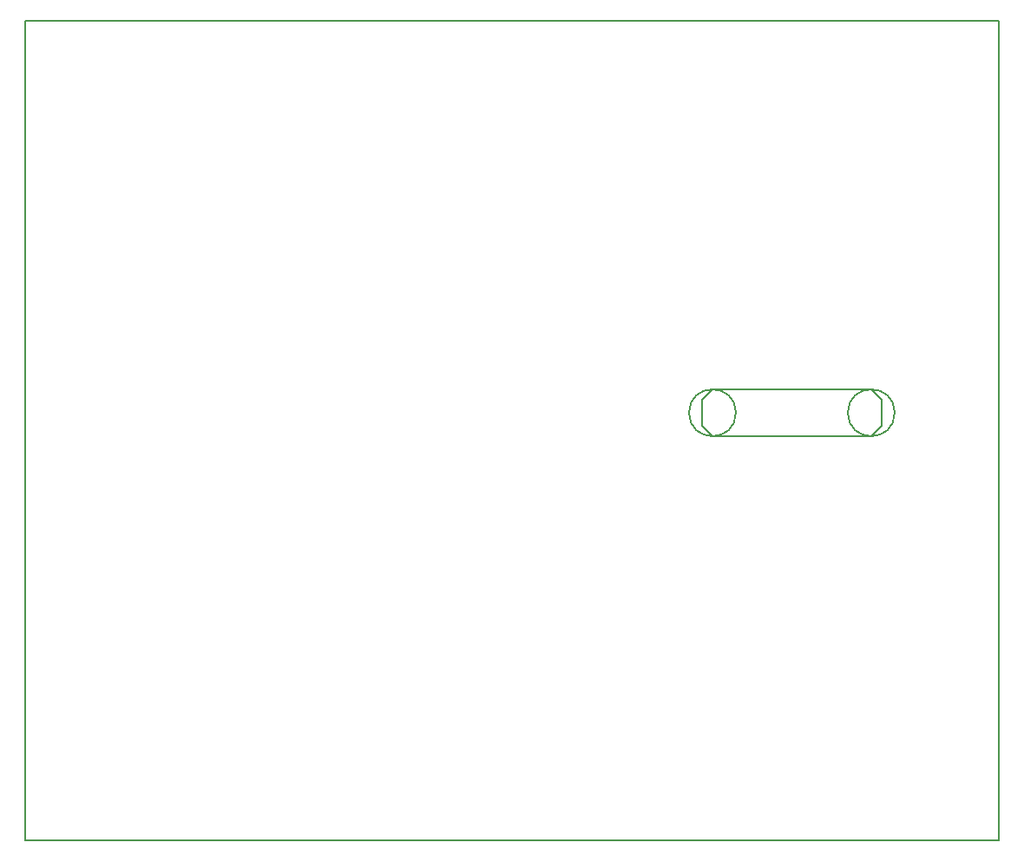
<source format=gm1>
G04 #@! TF.FileFunction,Profile,NP*
%FSLAX46Y46*%
G04 Gerber Fmt 4.6, Leading zero omitted, Abs format (unit mm)*
G04 Created by KiCad (PCBNEW 4.0.2+dfsg1-stable) date lun 08 gen 2018 08:49:30 CET*
%MOMM*%
G01*
G04 APERTURE LIST*
%ADD10C,0.100000*%
%ADD11C,0.150000*%
G04 APERTURE END LIST*
D10*
D11*
X151892000Y-95504000D02*
X151892000Y-92964000D01*
X152908000Y-96520000D02*
X151892000Y-95504000D01*
X168402000Y-96520000D02*
X152908000Y-96520000D01*
X169418000Y-95504000D02*
X168402000Y-96520000D01*
X169418000Y-92964000D02*
X169418000Y-95504000D01*
X168402000Y-91948000D02*
X169418000Y-92964000D01*
X152908000Y-91948000D02*
X168402000Y-91948000D01*
X151892000Y-92964000D02*
X152908000Y-91948000D01*
X170688000Y-94234000D02*
G75*
G03X170688000Y-94234000I-2286000J0D01*
G01*
X155194000Y-94234000D02*
G75*
G03X155194000Y-94234000I-2286000J0D01*
G01*
X85852000Y-56007000D02*
X180848000Y-56007000D01*
X85852000Y-136017000D02*
X85852000Y-56007000D01*
X180848000Y-136017000D02*
X85852000Y-136017000D01*
X180848000Y-56007000D02*
X180848000Y-136017000D01*
M02*

</source>
